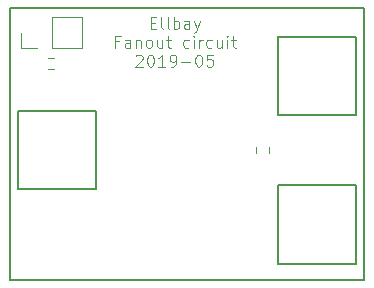
<source format=gto>
G04 #@! TF.GenerationSoftware,KiCad,Pcbnew,(5.0.1)-4*
G04 #@! TF.CreationDate,2019-05-20T17:02:10-07:00*
G04 #@! TF.ProjectId,Fanout_circuit,46616E6F75745F636972637569742E6B,rev?*
G04 #@! TF.SameCoordinates,Original*
G04 #@! TF.FileFunction,Legend,Top*
G04 #@! TF.FilePolarity,Positive*
%FSLAX46Y46*%
G04 Gerber Fmt 4.6, Leading zero omitted, Abs format (unit mm)*
G04 Created by KiCad (PCBNEW (5.0.1)-4) date 5/20/2019 5:02:10 PM*
%MOMM*%
%LPD*%
G01*
G04 APERTURE LIST*
%ADD10C,0.100000*%
%ADD11C,0.200000*%
%ADD12C,0.120000*%
%ADD13C,0.150000*%
G04 APERTURE END LIST*
D10*
X126901190Y-73203571D02*
X127234523Y-73203571D01*
X127377380Y-73727380D02*
X126901190Y-73727380D01*
X126901190Y-72727380D01*
X127377380Y-72727380D01*
X127948809Y-73727380D02*
X127853571Y-73679761D01*
X127805952Y-73584523D01*
X127805952Y-72727380D01*
X128472619Y-73727380D02*
X128377380Y-73679761D01*
X128329761Y-73584523D01*
X128329761Y-72727380D01*
X128853571Y-73727380D02*
X128853571Y-72727380D01*
X128853571Y-73108333D02*
X128948809Y-73060714D01*
X129139285Y-73060714D01*
X129234523Y-73108333D01*
X129282142Y-73155952D01*
X129329761Y-73251190D01*
X129329761Y-73536904D01*
X129282142Y-73632142D01*
X129234523Y-73679761D01*
X129139285Y-73727380D01*
X128948809Y-73727380D01*
X128853571Y-73679761D01*
X130186904Y-73727380D02*
X130186904Y-73203571D01*
X130139285Y-73108333D01*
X130044047Y-73060714D01*
X129853571Y-73060714D01*
X129758333Y-73108333D01*
X130186904Y-73679761D02*
X130091666Y-73727380D01*
X129853571Y-73727380D01*
X129758333Y-73679761D01*
X129710714Y-73584523D01*
X129710714Y-73489285D01*
X129758333Y-73394047D01*
X129853571Y-73346428D01*
X130091666Y-73346428D01*
X130186904Y-73298809D01*
X130567857Y-73060714D02*
X130805952Y-73727380D01*
X131044047Y-73060714D02*
X130805952Y-73727380D01*
X130710714Y-73965476D01*
X130663095Y-74013095D01*
X130567857Y-74060714D01*
X124210714Y-74803571D02*
X123877380Y-74803571D01*
X123877380Y-75327380D02*
X123877380Y-74327380D01*
X124353571Y-74327380D01*
X125163095Y-75327380D02*
X125163095Y-74803571D01*
X125115476Y-74708333D01*
X125020238Y-74660714D01*
X124829761Y-74660714D01*
X124734523Y-74708333D01*
X125163095Y-75279761D02*
X125067857Y-75327380D01*
X124829761Y-75327380D01*
X124734523Y-75279761D01*
X124686904Y-75184523D01*
X124686904Y-75089285D01*
X124734523Y-74994047D01*
X124829761Y-74946428D01*
X125067857Y-74946428D01*
X125163095Y-74898809D01*
X125639285Y-74660714D02*
X125639285Y-75327380D01*
X125639285Y-74755952D02*
X125686904Y-74708333D01*
X125782142Y-74660714D01*
X125925000Y-74660714D01*
X126020238Y-74708333D01*
X126067857Y-74803571D01*
X126067857Y-75327380D01*
X126686904Y-75327380D02*
X126591666Y-75279761D01*
X126544047Y-75232142D01*
X126496428Y-75136904D01*
X126496428Y-74851190D01*
X126544047Y-74755952D01*
X126591666Y-74708333D01*
X126686904Y-74660714D01*
X126829761Y-74660714D01*
X126925000Y-74708333D01*
X126972619Y-74755952D01*
X127020238Y-74851190D01*
X127020238Y-75136904D01*
X126972619Y-75232142D01*
X126925000Y-75279761D01*
X126829761Y-75327380D01*
X126686904Y-75327380D01*
X127877380Y-74660714D02*
X127877380Y-75327380D01*
X127448809Y-74660714D02*
X127448809Y-75184523D01*
X127496428Y-75279761D01*
X127591666Y-75327380D01*
X127734523Y-75327380D01*
X127829761Y-75279761D01*
X127877380Y-75232142D01*
X128210714Y-74660714D02*
X128591666Y-74660714D01*
X128353571Y-74327380D02*
X128353571Y-75184523D01*
X128401190Y-75279761D01*
X128496428Y-75327380D01*
X128591666Y-75327380D01*
X130115476Y-75279761D02*
X130020238Y-75327380D01*
X129829761Y-75327380D01*
X129734523Y-75279761D01*
X129686904Y-75232142D01*
X129639285Y-75136904D01*
X129639285Y-74851190D01*
X129686904Y-74755952D01*
X129734523Y-74708333D01*
X129829761Y-74660714D01*
X130020238Y-74660714D01*
X130115476Y-74708333D01*
X130544047Y-75327380D02*
X130544047Y-74660714D01*
X130544047Y-74327380D02*
X130496428Y-74375000D01*
X130544047Y-74422619D01*
X130591666Y-74375000D01*
X130544047Y-74327380D01*
X130544047Y-74422619D01*
X131020238Y-75327380D02*
X131020238Y-74660714D01*
X131020238Y-74851190D02*
X131067857Y-74755952D01*
X131115476Y-74708333D01*
X131210714Y-74660714D01*
X131305952Y-74660714D01*
X132067857Y-75279761D02*
X131972619Y-75327380D01*
X131782142Y-75327380D01*
X131686904Y-75279761D01*
X131639285Y-75232142D01*
X131591666Y-75136904D01*
X131591666Y-74851190D01*
X131639285Y-74755952D01*
X131686904Y-74708333D01*
X131782142Y-74660714D01*
X131972619Y-74660714D01*
X132067857Y-74708333D01*
X132925000Y-74660714D02*
X132925000Y-75327380D01*
X132496428Y-74660714D02*
X132496428Y-75184523D01*
X132544047Y-75279761D01*
X132639285Y-75327380D01*
X132782142Y-75327380D01*
X132877380Y-75279761D01*
X132925000Y-75232142D01*
X133401190Y-75327380D02*
X133401190Y-74660714D01*
X133401190Y-74327380D02*
X133353571Y-74375000D01*
X133401190Y-74422619D01*
X133448809Y-74375000D01*
X133401190Y-74327380D01*
X133401190Y-74422619D01*
X133734523Y-74660714D02*
X134115476Y-74660714D01*
X133877380Y-74327380D02*
X133877380Y-75184523D01*
X133925000Y-75279761D01*
X134020238Y-75327380D01*
X134115476Y-75327380D01*
X125639285Y-76022619D02*
X125686904Y-75975000D01*
X125782142Y-75927380D01*
X126020238Y-75927380D01*
X126115476Y-75975000D01*
X126163095Y-76022619D01*
X126210714Y-76117857D01*
X126210714Y-76213095D01*
X126163095Y-76355952D01*
X125591666Y-76927380D01*
X126210714Y-76927380D01*
X126829761Y-75927380D02*
X126925000Y-75927380D01*
X127020238Y-75975000D01*
X127067857Y-76022619D01*
X127115476Y-76117857D01*
X127163095Y-76308333D01*
X127163095Y-76546428D01*
X127115476Y-76736904D01*
X127067857Y-76832142D01*
X127020238Y-76879761D01*
X126925000Y-76927380D01*
X126829761Y-76927380D01*
X126734523Y-76879761D01*
X126686904Y-76832142D01*
X126639285Y-76736904D01*
X126591666Y-76546428D01*
X126591666Y-76308333D01*
X126639285Y-76117857D01*
X126686904Y-76022619D01*
X126734523Y-75975000D01*
X126829761Y-75927380D01*
X128115476Y-76927380D02*
X127544047Y-76927380D01*
X127829761Y-76927380D02*
X127829761Y-75927380D01*
X127734523Y-76070238D01*
X127639285Y-76165476D01*
X127544047Y-76213095D01*
X128591666Y-76927380D02*
X128782142Y-76927380D01*
X128877380Y-76879761D01*
X128925000Y-76832142D01*
X129020238Y-76689285D01*
X129067857Y-76498809D01*
X129067857Y-76117857D01*
X129020238Y-76022619D01*
X128972619Y-75975000D01*
X128877380Y-75927380D01*
X128686904Y-75927380D01*
X128591666Y-75975000D01*
X128544047Y-76022619D01*
X128496428Y-76117857D01*
X128496428Y-76355952D01*
X128544047Y-76451190D01*
X128591666Y-76498809D01*
X128686904Y-76546428D01*
X128877380Y-76546428D01*
X128972619Y-76498809D01*
X129020238Y-76451190D01*
X129067857Y-76355952D01*
X129496428Y-76546428D02*
X130258333Y-76546428D01*
X130925000Y-75927380D02*
X131020238Y-75927380D01*
X131115476Y-75975000D01*
X131163095Y-76022619D01*
X131210714Y-76117857D01*
X131258333Y-76308333D01*
X131258333Y-76546428D01*
X131210714Y-76736904D01*
X131163095Y-76832142D01*
X131115476Y-76879761D01*
X131020238Y-76927380D01*
X130925000Y-76927380D01*
X130829761Y-76879761D01*
X130782142Y-76832142D01*
X130734523Y-76736904D01*
X130686904Y-76546428D01*
X130686904Y-76308333D01*
X130734523Y-76117857D01*
X130782142Y-76022619D01*
X130829761Y-75975000D01*
X130925000Y-75927380D01*
X132163095Y-75927380D02*
X131686904Y-75927380D01*
X131639285Y-76403571D01*
X131686904Y-76355952D01*
X131782142Y-76308333D01*
X132020238Y-76308333D01*
X132115476Y-76355952D01*
X132163095Y-76403571D01*
X132210714Y-76498809D01*
X132210714Y-76736904D01*
X132163095Y-76832142D01*
X132115476Y-76879761D01*
X132020238Y-76927380D01*
X131782142Y-76927380D01*
X131686904Y-76879761D01*
X131639285Y-76832142D01*
D11*
X145000000Y-72000000D02*
X115000000Y-72000000D01*
X145000000Y-95000000D02*
X145000000Y-72000000D01*
X115000000Y-95000000D02*
X145000000Y-95000000D01*
X115000000Y-72000000D02*
X115000000Y-95000000D01*
D12*
G04 #@! TO.C,J3*
X115920000Y-75380000D02*
X115920000Y-74050000D01*
X117250000Y-75380000D02*
X115920000Y-75380000D01*
X118520000Y-75380000D02*
X118520000Y-72720000D01*
X118520000Y-72720000D02*
X121120000Y-72720000D01*
X118520000Y-75380000D02*
X121120000Y-75380000D01*
X121120000Y-75380000D02*
X121120000Y-72720000D01*
D13*
G04 #@! TO.C,CON2*
X137710000Y-86980000D02*
X137710000Y-93630000D01*
X137710000Y-93630000D02*
X144290000Y-93630000D01*
X144290000Y-93630000D02*
X144290000Y-86990000D01*
X144290000Y-86990000D02*
X137690000Y-86990000D01*
G04 #@! TO.C,CON1*
X115710000Y-80680000D02*
X115710000Y-87330000D01*
X115710000Y-87330000D02*
X122290000Y-87330000D01*
X122290000Y-87330000D02*
X122290000Y-80690000D01*
X122290000Y-80690000D02*
X115690000Y-80690000D01*
G04 #@! TO.C,CON3*
X144290000Y-74390000D02*
X137690000Y-74390000D01*
X144290000Y-81030000D02*
X144290000Y-74390000D01*
X137710000Y-81030000D02*
X144290000Y-81030000D01*
X137710000Y-74380000D02*
X137710000Y-81030000D01*
D12*
G04 #@! TO.C,R1*
X136880000Y-84250000D02*
X136880000Y-83750000D01*
X135820000Y-83750000D02*
X135820000Y-84250000D01*
G04 #@! TO.C,C1*
X118225000Y-77145000D02*
X118725000Y-77145000D01*
X118725000Y-76205000D02*
X118225000Y-76205000D01*
G04 #@! TD*
M02*

</source>
